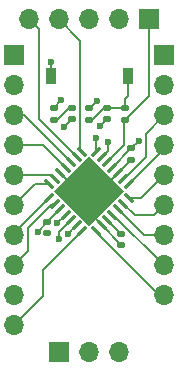
<source format=gbr>
%TF.GenerationSoftware,KiCad,Pcbnew,8.0.6*%
%TF.CreationDate,2024-12-27T21:34:25-08:00*%
%TF.ProjectId,PIC32Flex,50494333-3246-46c6-9578-2e6b69636164,rev?*%
%TF.SameCoordinates,Original*%
%TF.FileFunction,Copper,L1,Top*%
%TF.FilePolarity,Positive*%
%FSLAX46Y46*%
G04 Gerber Fmt 4.6, Leading zero omitted, Abs format (unit mm)*
G04 Created by KiCad (PCBNEW 8.0.6) date 2024-12-27 21:34:25*
%MOMM*%
%LPD*%
G01*
G04 APERTURE LIST*
G04 Aperture macros list*
%AMRoundRect*
0 Rectangle with rounded corners*
0 $1 Rounding radius*
0 $2 $3 $4 $5 $6 $7 $8 $9 X,Y pos of 4 corners*
0 Add a 4 corners polygon primitive as box body*
4,1,4,$2,$3,$4,$5,$6,$7,$8,$9,$2,$3,0*
0 Add four circle primitives for the rounded corners*
1,1,$1+$1,$2,$3*
1,1,$1+$1,$4,$5*
1,1,$1+$1,$6,$7*
1,1,$1+$1,$8,$9*
0 Add four rect primitives between the rounded corners*
20,1,$1+$1,$2,$3,$4,$5,0*
20,1,$1+$1,$4,$5,$6,$7,0*
20,1,$1+$1,$6,$7,$8,$9,0*
20,1,$1+$1,$8,$9,$2,$3,0*%
%AMRotRect*
0 Rectangle, with rotation*
0 The origin of the aperture is its center*
0 $1 length*
0 $2 width*
0 $3 Rotation angle, in degrees counterclockwise*
0 Add horizontal line*
21,1,$1,$2,0,0,$3*%
G04 Aperture macros list end*
%TA.AperFunction,ComponentPad*%
%ADD10R,1.700000X1.700000*%
%TD*%
%TA.AperFunction,ComponentPad*%
%ADD11O,1.700000X1.700000*%
%TD*%
%TA.AperFunction,SMDPad,CuDef*%
%ADD12RoundRect,0.135000X0.185000X-0.135000X0.185000X0.135000X-0.185000X0.135000X-0.185000X-0.135000X0*%
%TD*%
%TA.AperFunction,SMDPad,CuDef*%
%ADD13R,0.889000X1.397000*%
%TD*%
%TA.AperFunction,SMDPad,CuDef*%
%ADD14RoundRect,0.140000X0.170000X-0.140000X0.170000X0.140000X-0.170000X0.140000X-0.170000X-0.140000X0*%
%TD*%
%TA.AperFunction,SMDPad,CuDef*%
%ADD15RoundRect,0.147500X0.172500X-0.147500X0.172500X0.147500X-0.172500X0.147500X-0.172500X-0.147500X0*%
%TD*%
%TA.AperFunction,SMDPad,CuDef*%
%ADD16RoundRect,0.140000X-0.170000X0.140000X-0.170000X-0.140000X0.170000X-0.140000X0.170000X0.140000X0*%
%TD*%
%TA.AperFunction,SMDPad,CuDef*%
%ADD17RotRect,0.304800X1.016000X45.000000*%
%TD*%
%TA.AperFunction,SMDPad,CuDef*%
%ADD18RotRect,0.304800X1.016000X315.000000*%
%TD*%
%TA.AperFunction,SMDPad,CuDef*%
%ADD19RotRect,4.191000X4.191000X315.000000*%
%TD*%
%TA.AperFunction,ViaPad*%
%ADD20C,0.600000*%
%TD*%
%TA.AperFunction,Conductor*%
%ADD21C,0.200000*%
%TD*%
G04 APERTURE END LIST*
D10*
%TO.P,J2,1,Pin_1*%
%TO.N,/MCLR*%
X111410000Y-71950000D03*
D11*
%TO.P,J2,2,Pin_2*%
%TO.N,+3.3V*%
X108870000Y-71950000D03*
%TO.P,J2,3,Pin_3*%
%TO.N,GND*%
X106330000Y-71950000D03*
%TO.P,J2,4,Pin_4*%
%TO.N,/PGData*%
X103790000Y-71950000D03*
%TO.P,J2,5,Pin_5*%
%TO.N,/PGClk*%
X101250000Y-71950000D03*
%TD*%
%TO.P,J4,10,Pin_10*%
%TO.N,/RB8*%
X100040000Y-97880000D03*
%TO.P,J4,9,Pin_9*%
%TO.N,/RB5*%
X100040000Y-95340000D03*
%TO.P,J4,8,Pin_8*%
%TO.N,/RA4*%
X100040000Y-92800000D03*
%TO.P,J4,7,Pin_7*%
%TO.N,/RB4*%
X100040000Y-90260000D03*
%TO.P,J4,6,Pin_6*%
%TO.N,/RA3*%
X100040000Y-87720000D03*
%TO.P,J4,5,Pin_5*%
%TO.N,/RA2*%
X100040000Y-85180000D03*
%TO.P,J4,4,Pin_4*%
%TO.N,/AN5{slash}RB3*%
X100040000Y-82640000D03*
%TO.P,J4,3,Pin_3*%
%TO.N,/AN4{slash}RB2*%
X100040000Y-80100000D03*
%TO.P,J4,2,Pin_2*%
%TO.N,GND*%
X100040000Y-77560000D03*
D10*
%TO.P,J4,1,Pin_1*%
%TO.N,+3.3V*%
X100040000Y-75020000D03*
%TD*%
D12*
%TO.P,R3,1*%
%TO.N,Net-(D1-A)*%
X103400000Y-80500000D03*
%TO.P,R3,2*%
%TO.N,+3.3V*%
X103400000Y-79480000D03*
%TD*%
D13*
%TO.P,SW1,1,1*%
%TO.N,Net-(C4-Pad2)*%
X109660001Y-76770000D03*
%TO.P,SW1,2,2*%
%TO.N,GND*%
X103159999Y-76770000D03*
%TD*%
D10*
%TO.P,J3,1,Pin_1*%
%TO.N,/AN1{slash}RA1*%
X112740000Y-75020000D03*
D11*
%TO.P,J3,2,Pin_2*%
%TO.N,/AN0{slash}RA0*%
X112740000Y-77560000D03*
%TO.P,J3,3,Pin_3*%
%TO.N,/AN9{slash}RB15*%
X112740000Y-80100000D03*
%TO.P,J3,4,Pin_4*%
%TO.N,/AN10{slash}RB14*%
X112740000Y-82640000D03*
%TO.P,J3,5,Pin_5*%
%TO.N,/AN11{slash}RB13*%
X112740000Y-85180000D03*
%TO.P,J3,6,Pin_6*%
%TO.N,/AN12{slash}RB12*%
X112740000Y-87720000D03*
%TO.P,J3,7,Pin_7*%
%TO.N,/RB11*%
X112740000Y-90260000D03*
%TO.P,J3,8,Pin_8*%
%TO.N,/RB10*%
X112740000Y-92800000D03*
%TO.P,J3,9,Pin_9*%
%TO.N,/RB9*%
X112740000Y-95340000D03*
%TD*%
D12*
%TO.P,R1,1*%
%TO.N,/MCLR*%
X109400000Y-80500000D03*
%TO.P,R1,2*%
%TO.N,Net-(C4-Pad2)*%
X109400000Y-79480000D03*
%TD*%
D14*
%TO.P,C2,1*%
%TO.N,GND*%
X109960000Y-83890000D03*
%TO.P,C2,2*%
%TO.N,+3.3V*%
X109960000Y-82930000D03*
%TD*%
D15*
%TO.P,D1,1,K*%
%TO.N,GND*%
X104900000Y-80475000D03*
%TO.P,D1,2,A*%
%TO.N,Net-(D1-A)*%
X104900000Y-79505000D03*
%TD*%
D16*
%TO.P,C3,1*%
%TO.N,Net-(U1-Vcap)*%
X109080000Y-90140000D03*
%TO.P,C3,2*%
%TO.N,GND*%
X109080000Y-91100000D03*
%TD*%
D17*
%TO.P,U1,1,PGED1/RB0*%
%TO.N,/PGData*%
X105776406Y-83190970D03*
%TO.P,U1,2,PGEC1/RB1*%
%TO.N,/PGClk*%
X105316785Y-83650590D03*
%TO.P,U1,3,RB2*%
%TO.N,/AN4{slash}RB2*%
X104857165Y-84110210D03*
%TO.P,U1,4,RB3*%
%TO.N,/AN5{slash}RB3*%
X104397547Y-84569829D03*
%TO.P,U1,5,Vss*%
%TO.N,GND*%
X103937928Y-85029447D03*
%TO.P,U1,6,RA2*%
%TO.N,/RA2*%
X103478308Y-85489067D03*
%TO.P,U1,7,RA3*%
%TO.N,/RA3*%
X103018689Y-85948686D03*
D18*
%TO.P,U1,8,RB4*%
%TO.N,/RB4*%
X103018688Y-87142282D03*
%TO.P,U1,9,RA4*%
%TO.N,/RA4*%
X103478308Y-87601903D03*
%TO.P,U1,10,Vdd*%
%TO.N,+3.3V*%
X103937927Y-88061521D03*
%TO.P,U1,11,PGED3/5VT/RB5*%
%TO.N,/RB5*%
X104397547Y-88521141D03*
%TO.P,U1,12,PGEC3/5VT/RB6*%
%TO.N,/TXD*%
X104857165Y-88980760D03*
%TO.P,U1,13,5VT/RB7*%
%TO.N,/RXD*%
X105316785Y-89440380D03*
%TO.P,U1,14,5VT/RB8*%
%TO.N,/RB8*%
X105776404Y-89899999D03*
D17*
%TO.P,U1,15,PGED2/5VT/RB9*%
%TO.N,/RB9*%
X106970000Y-89900000D03*
%TO.P,U1,16,Vss*%
%TO.N,GND*%
X107429621Y-89440380D03*
%TO.P,U1,17,Vcap*%
%TO.N,Net-(U1-Vcap)*%
X107889239Y-88980761D03*
%TO.P,U1,18,PGEC2/5VT/RB10*%
%TO.N,/RB10*%
X108348859Y-88521141D03*
%TO.P,U1,19,RB11*%
%TO.N,/RB11*%
X108808478Y-88061523D03*
%TO.P,U1,20,RB12*%
%TO.N,/AN12{slash}RB12*%
X109268098Y-87601903D03*
%TO.P,U1,21,RB13*%
%TO.N,/AN11{slash}RB13*%
X109727717Y-87142284D03*
D18*
%TO.P,U1,22,RB14*%
%TO.N,/AN10{slash}RB14*%
X109727718Y-85948688D03*
%TO.P,U1,23,RB15*%
%TO.N,/AN9{slash}RB15*%
X109268098Y-85489067D03*
%TO.P,U1,24,AVss*%
%TO.N,GND*%
X108808479Y-85029449D03*
%TO.P,U1,25,AVdd*%
%TO.N,+3.3V*%
X108348859Y-84569829D03*
%TO.P,U1,26,~{MCLR}*%
%TO.N,/MCLR*%
X107889241Y-84110210D03*
%TO.P,U1,27,RA0*%
%TO.N,/AN0{slash}RA0*%
X107429621Y-83650590D03*
%TO.P,U1,28,RA1*%
%TO.N,/AN1{slash}RA1*%
X106970002Y-83190971D03*
D19*
%TO.P,U1,29,Sink*%
%TO.N,GND*%
X106373203Y-86545485D03*
%TD*%
D12*
%TO.P,R2,1*%
%TO.N,Net-(C4-Pad2)*%
X106400000Y-80500000D03*
%TO.P,R2,2*%
%TO.N,+3.3V*%
X106400000Y-79480000D03*
%TD*%
D14*
%TO.P,C1,1*%
%TO.N,GND*%
X102830000Y-90120000D03*
%TO.P,C1,2*%
%TO.N,+3.3V*%
X102830000Y-89160000D03*
%TD*%
D10*
%TO.P,J1,1,Pin_1*%
%TO.N,/TXD*%
X103837600Y-100170800D03*
D11*
%TO.P,J1,2,Pin_2*%
%TO.N,/RXD*%
X106377600Y-100170800D03*
%TO.P,J1,3,Pin_3*%
%TO.N,GND*%
X108917600Y-100170800D03*
%TD*%
D14*
%TO.P,C4,1*%
%TO.N,GND*%
X107900000Y-80470000D03*
%TO.P,C4,2*%
%TO.N,Net-(C4-Pad2)*%
X107900000Y-79510000D03*
%TD*%
D20*
%TO.N,+3.3V*%
X102020000Y-89971471D03*
X104020000Y-78840000D03*
X110560000Y-82330000D03*
X107020000Y-78870000D03*
%TO.N,GND*%
X107255735Y-81065735D03*
X104280000Y-81090000D03*
X103170000Y-75570000D03*
X106373203Y-86545485D03*
%TO.N,/TXD*%
X103837600Y-90580000D03*
%TO.N,/RXD*%
X104560000Y-90180000D03*
%TO.N,/RB5*%
X103650000Y-89270000D03*
%TO.N,/AN0{slash}RA0*%
X107950000Y-82350000D03*
%TO.N,/AN1{slash}RA1*%
X106980000Y-82010000D03*
%TD*%
D21*
%TO.N,+3.3V*%
X102740000Y-89260000D02*
X102740000Y-89259448D01*
X102839448Y-89160000D02*
X103937927Y-88061521D01*
X109960000Y-82930000D02*
X110560000Y-82330000D01*
X108348859Y-84541141D02*
X109960000Y-82930000D01*
X103400000Y-79480000D02*
X104020000Y-78860000D01*
X102830000Y-89161471D02*
X102020000Y-89971471D01*
X106400000Y-79480000D02*
X106410000Y-79480000D01*
X102830000Y-89160000D02*
X102839448Y-89160000D01*
X102830000Y-89160000D02*
X102830000Y-89161471D01*
X108348859Y-84569829D02*
X108348859Y-84541141D01*
X104020000Y-78860000D02*
X104020000Y-78840000D01*
X106410000Y-79480000D02*
X107020000Y-78870000D01*
%TO.N,GND*%
X108808479Y-85029449D02*
X107292443Y-86545485D01*
X103170000Y-75570000D02*
X103159999Y-75580001D01*
X107429621Y-89440380D02*
X106373203Y-88383962D01*
X103159999Y-75580001D02*
X103159999Y-76770000D01*
X104895000Y-80475000D02*
X104280000Y-81090000D01*
X108820551Y-85029449D02*
X109960000Y-83890000D01*
X104900000Y-80475000D02*
X104895000Y-80475000D01*
X107900000Y-80470000D02*
X107851470Y-80470000D01*
X107429621Y-89440380D02*
X107429621Y-89449621D01*
X107851470Y-80470000D02*
X107255735Y-81065735D01*
X105453966Y-86545485D02*
X106373203Y-86545485D01*
X107429621Y-89449621D02*
X109080000Y-91100000D01*
X106373203Y-88383962D02*
X106373203Y-86545485D01*
X107292443Y-86545485D02*
X106373203Y-86545485D01*
X103937928Y-85029447D02*
X105453966Y-86545485D01*
X108808479Y-85029449D02*
X108820551Y-85029449D01*
%TO.N,/TXD*%
X103837600Y-90580000D02*
X103837600Y-90000325D01*
X103837600Y-90000325D02*
X104857165Y-88980760D01*
%TO.N,/RXD*%
X105299620Y-89440380D02*
X104560000Y-90180000D01*
X105316785Y-89440380D02*
X105299620Y-89440380D01*
%TO.N,/MCLR*%
X111410000Y-78490000D02*
X111410000Y-71950000D01*
X109370000Y-80530000D02*
X109370000Y-82629451D01*
X109370000Y-82629451D02*
X107889241Y-84110210D01*
X109400000Y-80500000D02*
X109370000Y-80530000D01*
X109400000Y-80500000D02*
X111410000Y-78490000D01*
%TO.N,/PGData*%
X105640000Y-83054564D02*
X105640000Y-73800000D01*
X105776406Y-83190970D02*
X105640000Y-83054564D01*
X105640000Y-73800000D02*
X103790000Y-71950000D01*
%TO.N,/PGClk*%
X105316785Y-83650590D02*
X102130000Y-80463805D01*
X102130000Y-80463805D02*
X102130000Y-72830000D01*
X102130000Y-72830000D02*
X101250000Y-71950000D01*
%TO.N,Net-(U1-Vcap)*%
X107889239Y-88980761D02*
X107889239Y-88989239D01*
X107920761Y-88980761D02*
X109080000Y-90140000D01*
X107889239Y-88980761D02*
X107920761Y-88980761D01*
%TO.N,Net-(C4-Pad2)*%
X106400000Y-80500000D02*
X106650000Y-80500000D01*
X109400000Y-78720000D02*
X109660001Y-78459999D01*
X107930000Y-79480000D02*
X107900000Y-79510000D01*
X109660001Y-78459999D02*
X109660001Y-76770000D01*
X106650000Y-80500000D02*
X107640000Y-79510000D01*
X109400000Y-79480000D02*
X109400000Y-78720000D01*
X109400000Y-79480000D02*
X107930000Y-79480000D01*
X107640000Y-79510000D02*
X107900000Y-79510000D01*
%TO.N,Net-(D1-A)*%
X103690000Y-80500000D02*
X104685000Y-79505000D01*
X103400000Y-80500000D02*
X103690000Y-80500000D01*
X104685000Y-79505000D02*
X104900000Y-79505000D01*
%TO.N,/RB8*%
X105776404Y-89899999D02*
X102460000Y-93216403D01*
X102460000Y-95460000D02*
X100040000Y-97880000D01*
X102460000Y-93216403D02*
X102460000Y-95460000D01*
%TO.N,/RB5*%
X104397547Y-88521141D02*
X104397547Y-88522453D01*
X104397547Y-88522453D02*
X103650000Y-89270000D01*
%TO.N,/RA3*%
X103018689Y-85948686D02*
X101811314Y-85948686D01*
X101811314Y-85948686D02*
X100040000Y-87720000D01*
%TO.N,/AN5{slash}RB3*%
X102467718Y-82640000D02*
X100040000Y-82640000D01*
X104397547Y-84569829D02*
X102467718Y-82640000D01*
%TO.N,/RA4*%
X103478308Y-87601903D02*
X103262782Y-87601903D01*
X103262782Y-87601903D02*
X101230000Y-89634685D01*
X101230000Y-89634685D02*
X101230000Y-91610000D01*
X101230000Y-91610000D02*
X100040000Y-92800000D01*
%TO.N,/RB4*%
X100040000Y-90120000D02*
X103017718Y-87142282D01*
X103017718Y-87142282D02*
X103018688Y-87142282D01*
X100040000Y-90260000D02*
X100040000Y-90120000D01*
%TO.N,/AN4{slash}RB2*%
X100846955Y-80100000D02*
X100040000Y-80100000D01*
X104857165Y-84110210D02*
X100846955Y-80100000D01*
%TO.N,/RA2*%
X103169241Y-85180000D02*
X100040000Y-85180000D01*
X103478308Y-85489067D02*
X103169241Y-85180000D01*
%TO.N,/AN12{slash}RB12*%
X112740000Y-87720000D02*
X111890000Y-88570000D01*
X110236195Y-88570000D02*
X109268098Y-87601903D01*
X111890000Y-88570000D02*
X110236195Y-88570000D01*
%TO.N,/RB11*%
X112740000Y-90260000D02*
X111006955Y-90260000D01*
X111006955Y-90260000D02*
X108808478Y-88061523D01*
%TO.N,/AN0{slash}RA0*%
X107950000Y-82350000D02*
X107950000Y-83130211D01*
X107950000Y-83130211D02*
X107429621Y-83650590D01*
%TO.N,/RB9*%
X106970000Y-89990000D02*
X106970000Y-89900000D01*
X112320000Y-95340000D02*
X106970000Y-89990000D01*
X112740000Y-95340000D02*
X112320000Y-95340000D01*
%TO.N,/AN11{slash}RB13*%
X110777716Y-87142284D02*
X112740000Y-85180000D01*
X109727717Y-87142284D02*
X110777716Y-87142284D01*
%TO.N,/AN10{slash}RB14*%
X109727718Y-85948688D02*
X112740000Y-82936406D01*
X112740000Y-82936406D02*
X112740000Y-82640000D01*
%TO.N,/RB10*%
X112690000Y-92800000D02*
X108411141Y-88521141D01*
X112740000Y-92800000D02*
X112690000Y-92800000D01*
X108411141Y-88521141D02*
X108348859Y-88521141D01*
%TO.N,/AN1{slash}RA1*%
X106970002Y-83190971D02*
X106970002Y-82019998D01*
X106970002Y-82019998D02*
X106980000Y-82010000D01*
%TO.N,/AN9{slash}RB15*%
X109310933Y-85489067D02*
X111160000Y-83640000D01*
X109268098Y-85489067D02*
X109310933Y-85489067D01*
X111160000Y-81680000D02*
X112740000Y-80100000D01*
X111160000Y-83640000D02*
X111160000Y-81680000D01*
%TD*%
M02*

</source>
